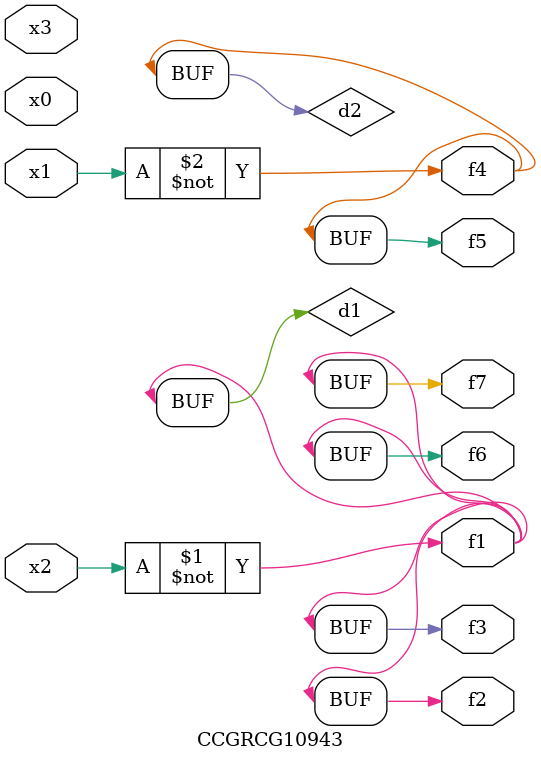
<source format=v>
module CCGRCG10943(
	input x0, x1, x2, x3,
	output f1, f2, f3, f4, f5, f6, f7
);

	wire d1, d2;

	xnor (d1, x2);
	not (d2, x1);
	assign f1 = d1;
	assign f2 = d1;
	assign f3 = d1;
	assign f4 = d2;
	assign f5 = d2;
	assign f6 = d1;
	assign f7 = d1;
endmodule

</source>
